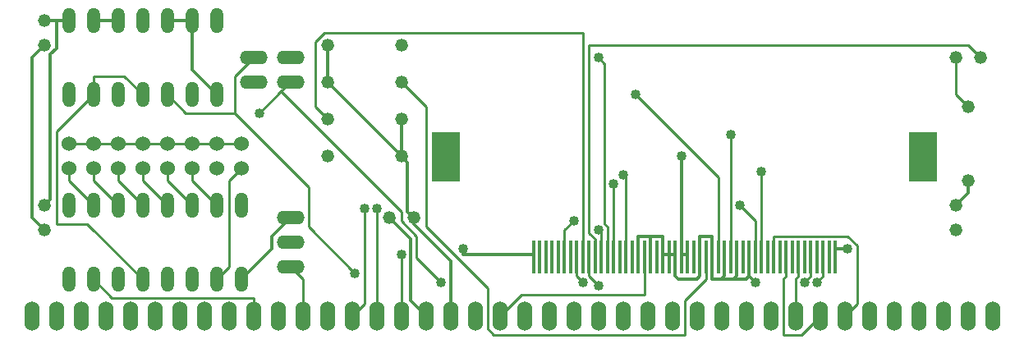
<source format=gbr>
G04 #@! TF.GenerationSoftware,KiCad,Pcbnew,5.1.2*
G04 #@! TF.CreationDate,2020-10-23T16:09:19+02:00*
G04 #@! TF.ProjectId,a30eee2cad2c9bf698126cb1c813ad28,61333065-6565-4326-9361-643263396266,rev?*
G04 #@! TF.SameCoordinates,Original*
G04 #@! TF.FileFunction,Copper,L1,Top*
G04 #@! TF.FilePolarity,Positive*
%FSLAX46Y46*%
G04 Gerber Fmt 4.6, Leading zero omitted, Abs format (unit mm)*
G04 Created by KiCad (PCBNEW 5.1.2) date 2020-10-23 16:09:19*
%MOMM*%
%LPD*%
G04 APERTURE LIST*
%ADD10C,0.100000*%
%ADD11O,1.524000X3.048000*%
%ADD12C,1.320800*%
%ADD13O,1.320800X2.641600*%
%ADD14C,1.524000*%
%ADD15O,2.844800X1.422400*%
%ADD16R,0.400000X3.500000*%
%ADD17C,1.016000*%
%ADD18C,0.254000*%
%ADD19C,0.304800*%
G04 APERTURE END LIST*
D10*
G36*
X142633600Y-101258600D02*
G01*
X139776100Y-101258600D01*
X139776100Y-106338600D01*
X142633600Y-106338600D01*
X142633600Y-101258600D01*
G37*
G36*
X191846100Y-101283600D02*
G01*
X188988600Y-101283600D01*
X188988600Y-106363600D01*
X191846100Y-106363600D01*
X191846100Y-101283600D01*
G37*
D11*
X149301100Y-120238600D03*
X151841100Y-120238600D03*
X154381100Y-120238600D03*
X156921100Y-120238600D03*
X159461100Y-120238600D03*
X162001100Y-120238600D03*
X164541100Y-120238600D03*
X167081100Y-120238600D03*
X169621100Y-120238600D03*
X172161100Y-120238600D03*
X174701100Y-120238600D03*
X177241100Y-120238600D03*
X179781100Y-120238600D03*
X182321100Y-120238600D03*
X184861100Y-120238600D03*
X187401100Y-120238600D03*
X189941100Y-120238600D03*
X192481100Y-120238600D03*
X195021100Y-120238600D03*
X197561100Y-120238600D03*
X103581100Y-120238600D03*
X98501100Y-120238600D03*
X101041100Y-120238600D03*
X106121100Y-120238600D03*
X108661100Y-120238600D03*
X111201100Y-120238600D03*
X113741100Y-120238600D03*
X116281100Y-120238600D03*
X118821100Y-120238600D03*
X121361100Y-120238600D03*
X123901100Y-120238600D03*
X126441100Y-120238600D03*
X128981100Y-120238600D03*
X131521100Y-120238600D03*
X134061100Y-120238600D03*
X136601100Y-120238600D03*
X139141100Y-120238600D03*
X141681100Y-120238600D03*
X144221100Y-120238600D03*
X146761100Y-120238600D03*
D12*
X135331100Y-110078600D03*
X137871100Y-110078600D03*
D13*
X102311100Y-89758600D03*
X104851100Y-89758600D03*
X107391100Y-89758600D03*
X109931100Y-89758600D03*
X112471100Y-89758600D03*
X115011100Y-89758600D03*
X112471100Y-97378600D03*
X115011100Y-97378600D03*
X109931100Y-97378600D03*
X107391100Y-97378600D03*
X117551100Y-89758600D03*
X117551100Y-97378600D03*
X104851100Y-97378600D03*
X102311100Y-97378600D03*
X102311100Y-108808600D03*
X104851100Y-108808600D03*
X107391100Y-108808600D03*
X109931100Y-108808600D03*
X112471100Y-108808600D03*
X115011100Y-108808600D03*
X117551100Y-108808600D03*
X120091100Y-108808600D03*
X112471100Y-116428600D03*
X115011100Y-116428600D03*
X109931100Y-116428600D03*
X107391100Y-116428600D03*
X120091100Y-116428600D03*
X117551100Y-116428600D03*
X104851100Y-116428600D03*
X102311100Y-116428600D03*
D14*
X102311100Y-104998600D03*
X104851100Y-104998600D03*
X102311100Y-102458600D03*
X104851100Y-102458600D03*
X107391100Y-104998600D03*
X109931100Y-104998600D03*
X112471100Y-104998600D03*
X115011100Y-104998600D03*
X117551100Y-104998600D03*
X120091100Y-104998600D03*
X107391100Y-102458600D03*
X109931100Y-102458600D03*
X112471100Y-102458600D03*
X115011100Y-102458600D03*
X117551100Y-102458600D03*
X120091100Y-102458600D03*
D12*
X136601100Y-92298600D03*
X128981100Y-92298600D03*
X136601100Y-96108600D03*
X128981100Y-96108600D03*
X136601100Y-99918600D03*
X128981100Y-99918600D03*
X128981100Y-103728600D03*
X136601100Y-103728600D03*
D15*
X125171100Y-93568600D03*
X125171100Y-96108600D03*
X121361100Y-93568600D03*
X121361100Y-96108600D03*
D12*
X99771100Y-111348600D03*
X99771100Y-108808600D03*
X99771100Y-92298600D03*
X99771100Y-89758600D03*
X196291100Y-93568600D03*
X193751100Y-93568600D03*
X195021100Y-106268600D03*
X195021100Y-98648600D03*
D16*
X150253600Y-114158600D03*
X151523600Y-114158600D03*
X152793600Y-114158600D03*
X154063600Y-114158600D03*
X155333600Y-114158600D03*
X156603600Y-114158600D03*
X157873600Y-114158600D03*
X159143600Y-114158600D03*
X160413600Y-114158600D03*
X161683600Y-114158600D03*
X162953600Y-114158600D03*
X164223600Y-114158600D03*
X165493600Y-114158600D03*
X166763600Y-114158600D03*
X168033600Y-114158600D03*
X169303600Y-114158600D03*
X170573600Y-114158600D03*
X171843600Y-114158600D03*
X173113600Y-114158600D03*
X174383600Y-114158600D03*
X175653600Y-114158600D03*
X176923600Y-114158600D03*
X178193600Y-114158600D03*
X179463600Y-114158600D03*
X180733600Y-114158600D03*
X150888600Y-114158600D03*
X152158600Y-114158600D03*
X153428600Y-114158600D03*
X154698600Y-114158600D03*
X155968600Y-114158600D03*
X157238600Y-114158600D03*
X158508600Y-114158600D03*
X159778600Y-114158600D03*
X161048600Y-114158600D03*
X162318600Y-114158600D03*
X163588600Y-114158600D03*
X164858600Y-114158600D03*
X166128600Y-114158600D03*
X167398600Y-114158600D03*
X168668600Y-114158600D03*
X169938600Y-114158600D03*
X171208600Y-114158600D03*
X172478600Y-114158600D03*
X173748600Y-114158600D03*
X175018600Y-114158600D03*
X176288600Y-114158600D03*
X177558600Y-114158600D03*
X178828600Y-114158600D03*
X180098600Y-114158600D03*
X181368600Y-114158600D03*
D12*
X193751100Y-111348600D03*
X193751100Y-108808600D03*
D15*
X125171100Y-110078600D03*
X125171100Y-112618600D03*
X125171100Y-115158600D03*
D17*
X121996100Y-99283600D03*
X140728600Y-116746100D03*
X131838600Y-115793600D03*
X156921100Y-117063600D03*
X155333600Y-116746100D03*
X154381100Y-110396100D03*
X179463600Y-116746100D03*
X178193600Y-116746100D03*
X132791100Y-109126100D03*
X159461100Y-105633600D03*
X134061100Y-109126100D03*
X158508600Y-106586100D03*
X136601100Y-113888600D03*
X156921100Y-111348600D03*
X182638600Y-113253600D03*
X173113600Y-116746100D03*
X142951100Y-113253600D03*
X165493600Y-103728600D03*
X170573600Y-101506100D03*
X160731100Y-97378600D03*
X173748600Y-105316100D03*
X156921100Y-93568600D03*
X171526100Y-108808600D03*
D18*
X148983600Y-118016100D02*
X146761100Y-120238600D01*
X161683600Y-118016100D02*
X148983600Y-118016100D01*
X161683600Y-114158600D02*
X161683600Y-118016100D01*
X104216100Y-110713600D02*
X109931100Y-116428600D01*
X101041100Y-110713600D02*
X104216100Y-110713600D01*
X101041100Y-101188600D02*
X101041100Y-110713600D01*
X104851100Y-97378600D02*
X101041100Y-101188600D01*
X108026100Y-95473600D02*
X109931100Y-97378600D01*
X104851100Y-95473600D02*
X108026100Y-95473600D01*
X104851100Y-97378600D02*
X104851100Y-95473600D01*
X125171100Y-96108600D02*
X124218600Y-97061100D01*
X124218600Y-97061100D02*
X121996100Y-99283600D01*
X138188600Y-114206100D02*
X140728600Y-116746100D01*
X138188600Y-111983600D02*
X138188600Y-114206100D01*
X136601100Y-110396100D02*
X138188600Y-111983600D01*
X136601100Y-109443600D02*
X136601100Y-110396100D01*
X124218600Y-97061100D02*
X136601100Y-109443600D01*
X114376100Y-99283600D02*
X112471100Y-97378600D01*
X119456100Y-99283600D02*
X114376100Y-99283600D01*
X119456100Y-95473600D02*
X119456100Y-99283600D01*
X121361100Y-93568600D02*
X119456100Y-95473600D01*
X127076100Y-111031100D02*
X131838600Y-115793600D01*
X127076100Y-106903600D02*
X127076100Y-111031100D01*
X119456100Y-99283600D02*
X127076100Y-106903600D01*
X155968600Y-116111100D02*
X156921100Y-117063600D01*
X155968600Y-114158600D02*
X155968600Y-116111100D01*
X154698600Y-116111100D02*
X155333600Y-116746100D01*
X154698600Y-114158600D02*
X154698600Y-116111100D01*
X153428600Y-111348600D02*
X154381100Y-110396100D01*
X153428600Y-114158600D02*
X153428600Y-111348600D01*
X180098600Y-116111100D02*
X179463600Y-116746100D01*
X180098600Y-114158600D02*
X180098600Y-116111100D01*
X178828600Y-116111100D02*
X178193600Y-116746100D01*
X178828600Y-114158600D02*
X178828600Y-116111100D01*
X177241100Y-116428600D02*
X177241100Y-120238600D01*
X177558600Y-116111100D02*
X177241100Y-116428600D01*
X177558600Y-114158600D02*
X177558600Y-116111100D01*
X177876100Y-122143600D02*
X179781100Y-120238600D01*
X175971100Y-122143600D02*
X177876100Y-122143600D01*
X175971100Y-116428600D02*
X175971100Y-122143600D01*
X176288600Y-116111100D02*
X175971100Y-116428600D01*
X176288600Y-114158600D02*
X176288600Y-116111100D01*
X183591100Y-118968600D02*
X182321100Y-120238600D01*
X183591100Y-112936100D02*
X183591100Y-118968600D01*
X182638600Y-111983600D02*
X183591100Y-112936100D01*
X175018600Y-111983600D02*
X182638600Y-111983600D01*
X175018600Y-114158600D02*
X175018600Y-111983600D01*
X106756100Y-118333600D02*
X104851100Y-116428600D01*
X121361100Y-118333600D02*
X106756100Y-118333600D01*
X121361100Y-120238600D02*
X121361100Y-118333600D01*
X126441100Y-116428600D02*
X125171100Y-115158600D01*
X126441100Y-120238600D02*
X126441100Y-116428600D01*
X132791100Y-118968600D02*
X131521100Y-120238600D01*
X132791100Y-109126100D02*
X132791100Y-118968600D01*
X159778600Y-105951100D02*
X159461100Y-105633600D01*
X159778600Y-114158600D02*
X159778600Y-105951100D01*
X134061100Y-109126100D02*
X134061100Y-120238600D01*
X158508600Y-114158600D02*
X158508600Y-106586100D01*
X136601100Y-113888600D02*
X136601100Y-120238600D01*
X157238600Y-111666100D02*
X156921100Y-111348600D01*
X157238600Y-114158600D02*
X157238600Y-111666100D01*
D19*
X115011100Y-89758600D02*
X112471100Y-89758600D01*
X115011100Y-94838600D02*
X117551100Y-97378600D01*
X115011100Y-89758600D02*
X115011100Y-94838600D01*
X107391100Y-89758600D02*
X104851100Y-89758600D01*
X98501100Y-110078600D02*
X99771100Y-111348600D01*
X98501100Y-93568600D02*
X98501100Y-110078600D01*
X99771100Y-92298600D02*
X98501100Y-93568600D01*
X161048600Y-111983600D02*
X161048600Y-114158600D01*
X162318600Y-111983600D02*
X161048600Y-111983600D01*
X162318600Y-114158600D02*
X162318600Y-111983600D01*
X164223600Y-113888600D02*
X163588600Y-113888600D01*
X164223600Y-113888600D02*
X164858600Y-113888600D01*
X164858600Y-113888600D02*
X164858600Y-114158600D01*
X164223600Y-113888600D02*
X164223600Y-114158600D01*
X163588600Y-111983600D02*
X162318600Y-111983600D01*
X163588600Y-113888600D02*
X163588600Y-111983600D01*
X163588600Y-113888600D02*
X163588600Y-114158600D01*
X167398600Y-111983600D02*
X167398600Y-114158600D01*
X168668600Y-111983600D02*
X167398600Y-111983600D01*
X168668600Y-114158600D02*
X168668600Y-111983600D01*
X169938600Y-116111100D02*
X169938600Y-114158600D01*
X169621100Y-116428600D02*
X169938600Y-116111100D01*
X168668600Y-116428600D02*
X169621100Y-116428600D01*
X168668600Y-114158600D02*
X168668600Y-116428600D01*
X171208600Y-116111100D02*
X171208600Y-114158600D01*
X170891100Y-116428600D02*
X171208600Y-116111100D01*
X169621100Y-116428600D02*
X170891100Y-116428600D01*
X172478600Y-116111100D02*
X172478600Y-114158600D01*
X172161100Y-116428600D02*
X172478600Y-116111100D01*
X170891100Y-116428600D02*
X172161100Y-116428600D01*
X164858600Y-116111100D02*
X164858600Y-114158600D01*
X165176100Y-116428600D02*
X164858600Y-116111100D01*
X167081100Y-116428600D02*
X165176100Y-116428600D01*
X167398600Y-116111100D02*
X167081100Y-116428600D01*
X167398600Y-114158600D02*
X167398600Y-116111100D01*
X181368600Y-113253600D02*
X182638600Y-113253600D01*
X181368600Y-114158600D02*
X181368600Y-113253600D01*
X173113600Y-116746100D02*
X172478600Y-116111100D01*
X123266100Y-113253600D02*
X120091100Y-116428600D01*
X123266100Y-111983600D02*
X123266100Y-113253600D01*
X125171100Y-110078600D02*
X123266100Y-111983600D01*
X137553600Y-118651100D02*
X139141100Y-120238600D01*
X137553600Y-112301100D02*
X137553600Y-118651100D01*
X135331100Y-110078600D02*
X137553600Y-112301100D01*
X142951100Y-113888600D02*
X150253600Y-113888600D01*
X142951100Y-113253600D02*
X142951100Y-113888600D01*
X150253600Y-113888600D02*
X150253600Y-114158600D01*
X102311100Y-89758600D02*
X101041100Y-89758600D01*
X101041100Y-89758600D02*
X99771100Y-89758600D01*
X100406100Y-108173600D02*
X99771100Y-108808600D01*
X100406100Y-93251100D02*
X100406100Y-108173600D01*
X101041100Y-92616100D02*
X100406100Y-93251100D01*
X101041100Y-89758600D02*
X101041100Y-92616100D01*
X195021100Y-107538600D02*
X193751100Y-108808600D01*
X195021100Y-106268600D02*
X195021100Y-107538600D01*
X128981100Y-92298600D02*
X128981100Y-96108600D01*
X166128600Y-113888600D02*
X165493600Y-113888600D01*
X166128600Y-113888600D02*
X166128600Y-114158600D01*
X136601100Y-99918600D02*
X136601100Y-103728600D01*
X137236100Y-109443600D02*
X137871100Y-110078600D01*
X137236100Y-104363600D02*
X137236100Y-109443600D01*
X136601100Y-103728600D02*
X137236100Y-104363600D01*
X141681100Y-114523600D02*
X141681100Y-120238600D01*
X137871100Y-110713600D02*
X141681100Y-114523600D01*
X137871100Y-110078600D02*
X137871100Y-110713600D01*
X165493600Y-103728600D02*
X165493600Y-113888600D01*
X165493600Y-113888600D02*
X165493600Y-114158600D01*
X136601100Y-103728600D02*
X128981100Y-96108600D01*
D18*
X170573600Y-101506100D02*
X170573600Y-114158600D01*
X169303600Y-105951100D02*
X169303600Y-114158600D01*
X160731100Y-97378600D02*
X169303600Y-105951100D01*
X104851100Y-102458600D02*
X102311100Y-102458600D01*
X104851100Y-102458600D02*
X107391100Y-102458600D01*
X107391100Y-102458600D02*
X109931100Y-102458600D01*
X109931100Y-102458600D02*
X112471100Y-102458600D01*
X112471100Y-102458600D02*
X115011100Y-102458600D01*
X115011100Y-102458600D02*
X117551100Y-102458600D01*
X117551100Y-102458600D02*
X120091100Y-102458600D01*
X173748600Y-105316100D02*
X173748600Y-114158600D01*
X102311100Y-106268600D02*
X104851100Y-108808600D01*
X102311100Y-104998600D02*
X102311100Y-106268600D01*
X104851100Y-106268600D02*
X107391100Y-108808600D01*
X104851100Y-104998600D02*
X104851100Y-106268600D01*
X107391100Y-106268600D02*
X109931100Y-108808600D01*
X107391100Y-104998600D02*
X107391100Y-106268600D01*
X109931100Y-106268600D02*
X112471100Y-108808600D01*
X109931100Y-104998600D02*
X109931100Y-106268600D01*
X112471100Y-106268600D02*
X115011100Y-108808600D01*
X112471100Y-104998600D02*
X112471100Y-106268600D01*
X115011100Y-106268600D02*
X117551100Y-108808600D01*
X115011100Y-104998600D02*
X115011100Y-106268600D01*
X118821100Y-115158600D02*
X117551100Y-116428600D01*
X118821100Y-106268600D02*
X118821100Y-115158600D01*
X120091100Y-104998600D02*
X118821100Y-106268600D01*
X139141100Y-98648600D02*
X136601100Y-96108600D01*
X139141100Y-111031100D02*
X139141100Y-98648600D01*
X145491100Y-117381100D02*
X139141100Y-111031100D01*
X145491100Y-121508600D02*
X145491100Y-117381100D01*
X146126100Y-122143600D02*
X145491100Y-121508600D01*
X165811100Y-122143600D02*
X146126100Y-122143600D01*
X165811100Y-118651100D02*
X165811100Y-122143600D01*
X168033600Y-116428600D02*
X165811100Y-118651100D01*
X168033600Y-114158600D02*
X168033600Y-116428600D01*
X157556100Y-94203600D02*
X156921100Y-93568600D01*
X157556100Y-110713600D02*
X157556100Y-94203600D01*
X157873600Y-111031100D02*
X157556100Y-110713600D01*
X157873600Y-114158600D02*
X157873600Y-111031100D01*
X173113600Y-110396100D02*
X171526100Y-108808600D01*
X173113600Y-114158600D02*
X173113600Y-110396100D01*
X127711100Y-98648600D02*
X128981100Y-99918600D01*
X127711100Y-91981100D02*
X127711100Y-98648600D01*
X128663600Y-91028600D02*
X127711100Y-91981100D01*
X155333600Y-91028600D02*
X128663600Y-91028600D01*
X155333600Y-114158600D02*
X155333600Y-91028600D01*
X195021100Y-92298600D02*
X196291100Y-93568600D01*
X155968600Y-92298600D02*
X195021100Y-92298600D01*
X155968600Y-111666100D02*
X155968600Y-92298600D01*
X156603600Y-112301100D02*
X155968600Y-111666100D01*
X156603600Y-114158600D02*
X156603600Y-112301100D01*
X193751100Y-97378600D02*
X195021100Y-98648600D01*
X193751100Y-93568600D02*
X193751100Y-97378600D01*
M02*

</source>
